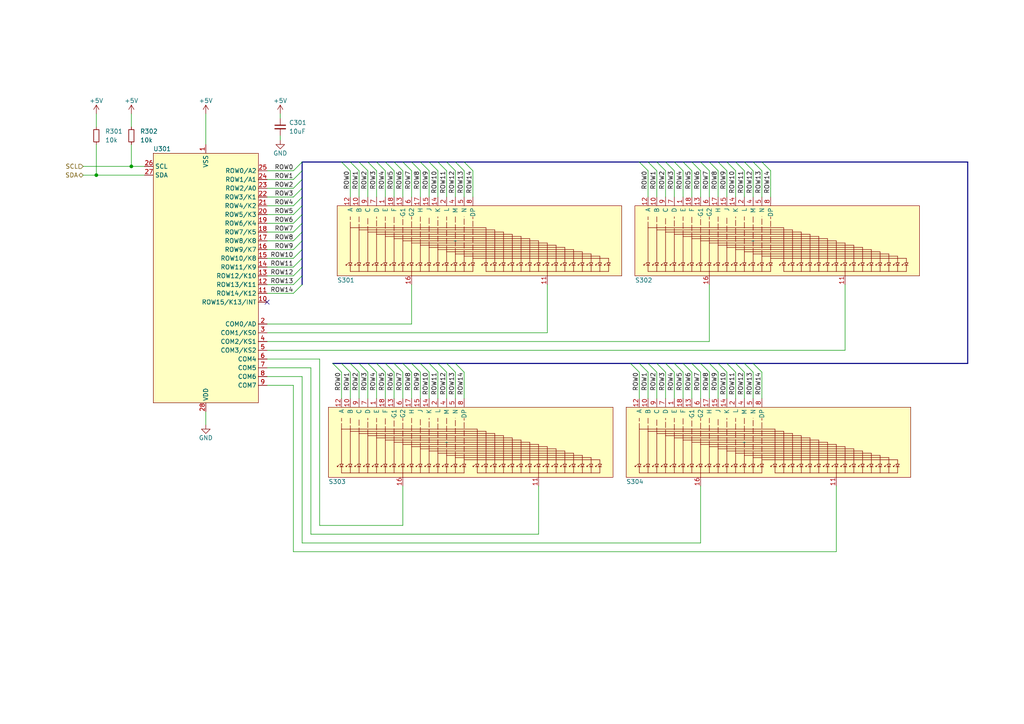
<source format=kicad_sch>
(kicad_sch (version 20231120) (generator "eeschema") (generator_version "8.0")
  (paper "A4")
  (lib_symbols
    (symbol "Device:C_Small" (pin_numbers hide) (pin_names (offset 0.254) hide)
      (property "Reference" "C" (at 0.254 1.778 0))
      (property "Value" "C_Small" (at 0.254 -2.032 0))
      (symbol "C_Small_0_1"
        (polyline (pts (xy -1.524 -0.508) (xy 1.524 -0.508)) (stroke (width 0.3302)))
        (polyline (pts (xy -1.524 0.508) (xy 1.524 0.508)) (stroke (width 0.3048)))
      )
      (symbol "C_Small_1_1"
        (pin passive line (at 0 2.54 270) (length 2.032) (name "~") (number "1"))
        (pin passive line (at 0 -2.54 90) (length 2.032) (name "~") (number "2"))
      )
    )
    (symbol "Device:R_Small" (pin_numbers hide) (pin_names (offset 0.254) hide)
      (property "Reference" "R" (at 0.762 0.508 0))
      (property "Value" "R_Small" (at 0.762 -1.016 0))
      (symbol "R_Small_0_1"
        (rectangle (start -0.762 1.778) (end 0.762 -1.778) (stroke (width 0.2032)))
      )
      (symbol "R_Small_1_1"
        (pin passive line (at 0 2.54 270) (length 0.762) (name "~") (number "1"))
        (pin passive line (at 0 -2.54 90) (length 0.762) (name "~") (number "2"))
      )
    )
    (symbol "KenwoodFox:HT16K33"
      (property "Reference" "U" (at 8.89 36.83 0))
      (symbol "HT16K33_0_0"
        (pin power_in line (at 0 38.1 270) (length 2.54) (name "VSS") (number "1"))
        (pin output line (at 17.78 -7.62 180) (length 2.54) (name "ROW15/K13/INT") (number "10"))
        (pin output line (at 17.78 -5.08 180) (length 2.54) (name "ROW14/K12") (number "11"))
        (pin output line (at 17.78 -2.54 180) (length 2.54) (name "ROW13/K11") (number "12"))
        (pin output line (at 17.78 0 180) (length 2.54) (name "ROW12/K10") (number "13"))
        (pin output line (at 17.78 2.54 180) (length 2.54) (name "ROW11/K9") (number "14"))
        (pin output line (at 17.78 5.08 180) (length 2.54) (name "ROW10/K8") (number "15"))
        (pin output line (at 17.78 7.62 180) (length 2.54) (name "ROW9/K7") (number "16"))
        (pin output line (at 17.78 10.16 180) (length 2.54) (name "ROW8/K8") (number "17"))
        (pin output line (at 17.78 12.7 180) (length 2.54) (name "ROW7/K5") (number "18"))
        (pin output line (at 17.78 15.24 180) (length 2.54) (name "ROW6/K4") (number "19"))
        (pin output line (at 17.78 -13.97 180) (length 2.54) (name "COM0/AD") (number "2"))
        (pin output line (at 17.78 17.78 180) (length 2.54) (name "ROW5/K3") (number "20"))
        (pin output line (at 17.78 20.32 180) (length 2.54) (name "ROW4/K2") (number "21"))
        (pin output line (at 17.78 22.86 180) (length 2.54) (name "ROW3/K1") (number "22"))
        (pin output line (at 17.78 25.4 180) (length 2.54) (name "ROW2/A0") (number "23"))
        (pin output line (at 17.78 27.94 180) (length 2.54) (name "ROW1/A1") (number "24"))
        (pin output line (at 17.78 30.48 180) (length 2.54) (name "ROW0/A2") (number "25"))
        (pin input line (at -17.78 31.75 0) (length 2.54) (name "SCL") (number "26"))
        (pin bidirectional line (at -17.78 29.21 0) (length 2.54) (name "SDA") (number "27"))
        (pin power_in line (at 0 -39.37 90) (length 2.54) (name "VDD") (number "28"))
        (pin output line (at 17.78 -16.51 180) (length 2.54) (name "COM1/KS0") (number "3"))
        (pin output line (at 17.78 -19.05 180) (length 2.54) (name "COM2/KS1") (number "4"))
        (pin output line (at 17.78 -21.59 180) (length 2.54) (name "COM3/KS2") (number "5"))
        (pin output line (at 17.78 -24.13 180) (length 2.54) (name "COM4") (number "6"))
        (pin output line (at 17.78 -26.67 180) (length 2.54) (name "COM5") (number "7"))
        (pin output line (at 17.78 -29.21 180) (length 2.54) (name "COM6") (number "8"))
        (pin output line (at 17.78 -31.75 180) (length 2.54) (name "COM7") (number "9"))
      )
      (symbol "HT16K33_1_1"
        (rectangle (start -15.24 35.56) (end 15.24 -36.83) (fill (type background)))
      )
    )
    (symbol "KenwoodFox:KWA-541AWB-Y"
      (property "Reference" "D" (at -1.905 19.05 0))
      (symbol "KWA-541AWB-Y_1_1"
        (rectangle (start -41.275 10.16) (end 41.275 -10.16) (fill (type background)))
        (polyline (pts (xy -37.973 -7.112) (xy -36.957 -7.112)))
        (polyline (pts (xy -37.465 -7.112) (xy -37.465 -8.89)))
        (polyline (pts (xy -37.465 3.81) (xy -37.465 -6.35)))
        (polyline (pts (xy -37.465 3.81) (xy -37.465 6.985)) (stroke (width 0) (type dash)))
        (polyline (pts (xy -37.465 3.81) (xy 1.905 3.81)))
        (polyline (pts (xy -35.433 -7.112) (xy -34.417 -7.112)))
        (polyline (pts (xy -34.925 -7.112) (xy -34.925 -8.89)))
        (polyline (pts (xy -34.925 3.175) (xy -34.925 -6.35)))
        (polyline (pts (xy -34.925 3.175) (xy -34.925 6.985)) (stroke (width 0) (type dash)))
        (polyline (pts (xy -34.925 3.175) (xy 4.445 3.175)))
        (polyline (pts (xy -32.893 -7.112) (xy -31.877 -7.112)))
        (polyline (pts (xy -32.385 -7.112) (xy -32.385 -8.89)))
        (polyline (pts (xy -32.385 2.54) (xy -32.385 -6.35)))
        (polyline (pts (xy -32.385 2.54) (xy -32.385 6.985)) (stroke (width 0) (type dash)))
        (polyline (pts (xy -32.385 2.54) (xy 6.985 2.54)))
        (polyline (pts (xy -30.353 -7.112) (xy -29.337 -7.112)))
        (polyline (pts (xy -29.845 -7.112) (xy -29.845 -8.89)))
        (polyline (pts (xy -29.845 1.905) (xy -29.845 -6.35)))
        (polyline (pts (xy -29.845 1.905) (xy -29.845 6.985)) (stroke (width 0) (type dash)))
        (polyline (pts (xy -29.845 1.905) (xy 9.525 1.905)))
        (polyline (pts (xy -27.813 -7.112) (xy -26.797 -7.112)))
        (polyline (pts (xy -27.305 -7.112) (xy -27.305 -8.89)))
        (polyline (pts (xy -27.305 1.27) (xy -27.305 -6.35)))
        (polyline (pts (xy -27.305 1.27) (xy -27.305 6.985)) (stroke (width 0) (type dash)))
        (polyline (pts (xy -27.305 1.27) (xy 12.065 1.27)))
        (polyline (pts (xy -25.273 -7.112) (xy -24.257 -7.112)))
        (polyline (pts (xy -24.765 -7.112) (xy -24.765 -8.89)))
        (polyline (pts (xy -24.765 0.635) (xy -24.765 -6.35)))
        (polyline (pts (xy -24.765 0.635) (xy -24.765 6.985)) (stroke (width 0) (type dash)))
        (polyline (pts (xy -24.765 0.635) (xy 14.605 0.635)))
        (polyline (pts (xy -22.733 -7.112) (xy -21.717 -7.112)))
        (polyline (pts (xy -22.225 -7.112) (xy -22.225 -8.89)))
        (polyline (pts (xy -22.225 0) (xy -22.225 -6.35)))
        (polyline (pts (xy -22.225 0) (xy -22.225 6.985)) (stroke (width 0) (type dash)))
        (polyline (pts (xy -22.225 0) (xy 17.145 0)))
        (polyline (pts (xy -20.193 -7.112) (xy -19.177 -7.112)))
        (polyline (pts (xy -19.685 -7.112) (xy -19.685 -8.89)))
        (polyline (pts (xy -19.685 -0.635) (xy -19.685 -6.35)))
        (polyline (pts (xy -19.685 -0.635) (xy -19.685 6.985)) (stroke (width 0) (type dash)))
        (polyline (pts (xy -19.685 -0.635) (xy 19.685 -0.635)))
        (polyline (pts (xy -17.653 -7.112) (xy -16.637 -7.112)))
        (polyline (pts (xy -17.145 -7.112) (xy -17.145 -8.89)))
        (polyline (pts (xy -17.145 -1.27) (xy -17.145 -6.35)))
        (polyline (pts (xy -17.145 -1.27) (xy -17.145 6.985)) (stroke (width 0) (type dash)))
        (polyline (pts (xy -17.145 -1.27) (xy 22.225 -1.27)))
        (polyline (pts (xy -15.113 -7.112) (xy -14.097 -7.112)))
        (polyline (pts (xy -14.605 -7.112) (xy -14.605 -8.89)))
        (polyline (pts (xy -14.605 -1.905) (xy -14.605 -6.35)))
        (polyline (pts (xy -14.605 -1.905) (xy -14.605 6.985)) (stroke (width 0) (type dash)))
        (polyline (pts (xy -14.605 -1.905) (xy 24.765 -1.905)))
        (polyline (pts (xy -12.573 -7.112) (xy -11.557 -7.112)))
        (polyline (pts (xy -12.065 -7.112) (xy -12.065 -8.89)))
        (polyline (pts (xy -12.065 -2.54) (xy -12.065 -6.35)))
        (polyline (pts (xy -12.065 -2.54) (xy -12.065 6.985)) (stroke (width 0) (type dash)))
        (polyline (pts (xy -12.065 -2.54) (xy 27.305 -2.54)))
        (polyline (pts (xy -10.033 -7.112) (xy -9.017 -7.112)))
        (polyline (pts (xy -9.525 -7.112) (xy -9.525 -8.89)))
        (polyline (pts (xy -9.525 -3.175) (xy -9.525 -6.35)))
        (polyline (pts (xy -9.525 -3.175) (xy -9.525 6.985)) (stroke (width 0) (type dash)))
        (polyline (pts (xy -9.525 -3.175) (xy 29.845 -3.175)))
        (polyline (pts (xy -7.493 -7.112) (xy -6.477 -7.112)))
        (polyline (pts (xy -6.985 -7.112) (xy -6.985 -8.89)))
        (polyline (pts (xy -6.985 -3.81) (xy -6.985 -6.35)))
        (polyline (pts (xy -6.985 -3.81) (xy -6.985 6.985)) (stroke (width 0) (type dash)))
        (polyline (pts (xy -6.985 -3.81) (xy 32.385 -3.81)))
        (polyline (pts (xy -4.953 -7.112) (xy -3.937 -7.112)))
        (polyline (pts (xy -4.445 -7.112) (xy -4.445 -8.89)))
        (polyline (pts (xy -4.445 -4.445) (xy -4.445 -6.35)))
        (polyline (pts (xy -4.445 -4.445) (xy -4.445 6.985)) (stroke (width 0) (type dash)))
        (polyline (pts (xy -4.445 -4.445) (xy 34.925 -4.445)))
        (polyline (pts (xy -2.413 -7.112) (xy -1.397 -7.112)))
        (polyline (pts (xy -1.905 -7.112) (xy -1.905 -8.89)))
        (polyline (pts (xy -1.905 -5.08) (xy -1.905 -6.35)))
        (polyline (pts (xy -1.905 -5.08) (xy -1.905 6.985)) (stroke (width 0) (type dash)))
        (polyline (pts (xy -1.905 -5.08) (xy 37.465 -5.08)))
        (polyline (pts (xy 1.397 -7.112) (xy 2.413 -7.112)))
        (polyline (pts (xy 1.905 -7.112) (xy 1.905 -8.89)))
        (polyline (pts (xy 1.905 3.81) (xy 1.905 -6.35)))
        (polyline (pts (xy 3.937 -7.112) (xy 4.953 -7.112)))
        (polyline (pts (xy 4.445 -7.112) (xy 4.445 -8.89)))
        (polyline (pts (xy 4.445 3.175) (xy 4.445 -6.35)))
        (polyline (pts (xy 6.477 -7.112) (xy 7.493 -7.112)))
        (polyline (pts (xy 6.985 -7.112) (xy 6.985 -8.89)))
        (polyline (pts (xy 6.985 2.54) (xy 6.985 -6.35)))
        (polyline (pts (xy 9.017 -7.112) (xy 10.033 -7.112)))
        (polyline (pts (xy 9.525 -7.112) (xy 9.525 -8.89)))
        (polyline (pts (xy 9.525 1.905) (xy 9.525 -6.35)))
        (polyline (pts (xy 11.557 -7.112) (xy 12.573 -7.112)))
        (polyline (pts (xy 12.065 -7.112) (xy 12.065 -8.89)))
        (polyline (pts (xy 12.065 1.27) (xy 12.065 -6.35)))
        (polyline (pts (xy 14.097 -7.112) (xy 15.113 -7.112)))
        (polyline (pts (xy 14.605 -7.112) (xy 14.605 -8.89)))
        (polyline (pts (xy 14.605 0.635) (xy 14.605 -6.35)))
        (polyline (pts (xy 16.637 -7.112) (xy 17.653 -7.112)))
        (polyline (pts (xy 17.145 -7.112) (xy 17.145 -8.89)))
        (polyline (pts (xy 17.145 0) (xy 17.145 -6.35)))
        (polyline (pts (xy 19.177 -7.112) (xy 20.193 -7.112)))
        (polyline (pts (xy 19.685 -7.112) (xy 19.685 -8.89)))
        (polyline (pts (xy 19.685 -0.635) (xy 19.685 -6.35)))
        (polyline (pts (xy 21.717 -7.112) (xy 22.733 -7.112)))
        (polyline (pts (xy 22.225 -7.112) (xy 22.225 -8.89)))
        (polyline (pts (xy 22.225 -1.27) (xy 22.225 -6.35)))
        (polyline (pts (xy 24.257 -7.112) (xy 25.273 -7.112)))
        (polyline (pts (xy 24.765 -7.112) (xy 24.765 -8.89)))
        (polyline (pts (xy 24.765 -1.905) (xy 24.765 -6.35)))
        (polyline (pts (xy 26.797 -7.112) (xy 27.813 -7.112)))
        (polyline (pts (xy 27.305 -7.112) (xy 27.305 -8.89)))
        (polyline (pts (xy 27.305 -2.54) (xy 27.305 -6.35)))
        (polyline (pts (xy 29.337 -7.112) (xy 30.353 -7.112)))
        (polyline (pts (xy 29.845 -7.112) (xy 29.845 -8.89)))
        (polyline (pts (xy 29.845 -3.175) (xy 29.845 -6.35)))
        (polyline (pts (xy 31.877 -7.112) (xy 32.893 -7.112)))
        (polyline (pts (xy 32.385 -7.112) (xy 32.385 -8.89)))
        (polyline (pts (xy 32.385 -3.81) (xy 32.385 -6.35)))
        (polyline (pts (xy 34.417 -7.112) (xy 35.433 -7.112)))
        (polyline (pts (xy 34.925 -7.112) (xy 34.925 -8.89)))
        (polyline (pts (xy 34.925 -4.445) (xy 34.925 -6.35)))
        (polyline (pts (xy 36.957 -7.112) (xy 37.973 -7.112)))
        (polyline (pts (xy 37.465 -7.112) (xy 37.465 -8.89)))
        (polyline (pts (xy 37.465 -5.08) (xy 37.465 -6.35)))
        (polyline (pts (xy -38.227 -6.604) (xy -38.735 -7.112) (xy -38.735 -6.858) (xy -38.735 -7.112) (xy -38.481 -7.112)))
        (polyline (pts (xy -37.465 -8.89) (xy -19.685 -8.89) (xy -19.685 -10.16) (xy -19.685 -8.89) (xy -1.905 -8.89)))
        (polyline (pts (xy -37.465 -6.35) (xy -36.957 -6.35) (xy -37.465 -7.112) (xy -37.973 -6.35) (xy -37.465 -6.35)))
        (polyline (pts (xy -35.687 -6.604) (xy -36.195 -7.112) (xy -36.195 -6.858) (xy -36.195 -7.112) (xy -35.941 -7.112)))
        (polyline (pts (xy -34.925 -6.35) (xy -34.417 -6.35) (xy -34.925 -7.112) (xy -35.433 -6.35) (xy -34.925 -6.35)))
        (polyline (pts (xy -33.147 -6.604) (xy -33.655 -7.112) (xy -33.655 -6.858) (xy -33.655 -7.112) (xy -33.401 -7.112)))
        (polyline (pts (xy -32.385 -6.35) (xy -31.877 -6.35) (xy -32.385 -7.112) (xy -32.893 -6.35) (xy -32.385 -6.35)))
        (polyline (pts (xy -30.607 -6.604) (xy -31.115 -7.112) (xy -31.115 -6.858) (xy -31.115 -7.112) (xy -30.861 -7.112)))
        (polyline (pts (xy -29.845 -6.35) (xy -29.337 -6.35) (xy -29.845 -7.112) (xy -30.353 -6.35) (xy -29.845 -6.35)))
        (polyline (pts (xy -28.067 -6.604) (xy -28.575 -7.112) (xy -28.575 -6.858) (xy -28.575 -7.112) (xy -28.321 -7.112)))
        (polyline (pts (xy -27.305 -6.35) (xy -26.797 -6.35) (xy -27.305 -7.112) (xy -27.813 -6.35) (xy -27.305 -6.35)))
        (polyline (pts (xy -25.527 -6.604) (xy -26.035 -7.112) (xy -26.035 -6.858) (xy -26.035 -7.112) (xy -25.781 -7.112)))
        (polyline (pts (xy -24.765 -6.35) (xy -24.257 -6.35) (xy -24.765 -7.112) (xy -25.273 -6.35) (xy -24.765 -6.35)))
        (polyline (pts (xy -22.987 -6.604) (xy -23.495 -7.112) (xy -23.495 -6.858) (xy -23.495 -7.112) (xy -23.241 -7.112)))
        (polyline (pts (xy -22.225 -6.35) (xy -21.717 -6.35) (xy -22.225 -7.112) (xy -22.733 -6.35) (xy -22.225 -6.35)))
        (polyline (pts (xy -20.447 -6.604) (xy -20.955 -7.112) (xy -20.955 -6.858) (xy -20.955 -7.112) (xy -20.701 -7.112)))
        (polyline (pts (xy -19.685 -6.35) (xy -19.177 -6.35) (xy -19.685 -7.112) (xy -20.193 -6.35) (xy -19.685 -6.35)))
        (polyline (pts (xy -17.907 -6.604) (xy -18.415 -7.112) (xy -18.415 -6.858) (xy -18.415 -7.112) (xy -18.161 -7.112)))
        (polyline (pts (xy -17.145 -6.35) (xy -16.637 -6.35) (xy -17.145 -7.112) (xy -17.653 -6.35) (xy -17.145 -6.35)))
        (polyline (pts (xy -15.367 -6.604) (xy -15.875 -7.112) (xy -15.875 -6.858) (xy -15.875 -7.112) (xy -15.621 -7.112)))
        (polyline (pts (xy -14.605 -6.35) (xy -14.097 -6.35) (xy -14.605 -7.112) (xy -15.113 -6.35) (xy -14.605 -6.35)))
        (polyline (pts (xy -12.827 -6.604) (xy -13.335 -7.112) (xy -13.335 -6.858) (xy -13.335 -7.112) (xy -13.081 -7.112)))
        (polyline (pts (xy -12.065 -6.35) (xy -11.557 -6.35) (xy -12.065 -7.112) (xy -12.573 -6.35) (xy -12.065 -6.35)))
        (polyline (pts (xy -10.287 -6.604) (xy -10.795 -7.112) (xy -10.795 -6.858) (xy -10.795 -7.112) (xy -10.541 -7.112)))
        (polyline (pts (xy -9.525 -6.35) (xy -9.017 -6.35) (xy -9.525 -7.112) (xy -10.033 -6.35) (xy -9.525 -6.35)))
        (polyline (pts (xy -7.747 -6.604) (xy -8.255 -7.112) (xy -8.255 -6.858) (xy -8.255 -7.112) (xy -8.001 -7.112)))
        (polyline (pts (xy -6.985 -6.35) (xy -6.477 -6.35) (xy -6.985 -7.112) (xy -7.493 -6.35) (xy -6.985 -6.35)))
        (polyline (pts (xy -5.207 -6.604) (xy -5.715 -7.112) (xy -5.715 -6.858) (xy -5.715 -7.112) (xy -5.461 -7.112)))
        (polyline (pts (xy -4.445 -6.35) (xy -3.937 -6.35) (xy -4.445 -7.112) (xy -4.953 -6.35) (xy -4.445 -6.35)))
        (polyline (pts (xy -2.667 -6.604) (xy -3.175 -7.112) (xy -3.175 -6.858) (xy -3.175 -7.112) (xy -2.921 -7.112)))
        (polyline (pts (xy -1.905 -6.35) (xy -1.397 -6.35) (xy -1.905 -7.112) (xy -2.413 -6.35) (xy -1.905 -6.35)))
        (polyline (pts (xy 1.143 -6.604) (xy 0.635 -7.112) (xy 0.635 -6.858) (xy 0.635 -7.112) (xy 0.889 -7.112)))
        (polyline (pts (xy 1.905 -8.89) (xy 19.685 -8.89) (xy 19.685 -10.16) (xy 19.685 -8.89) (xy 37.465 -8.89)))
        (polyline (pts (xy 1.905 -6.35) (xy 2.413 -6.35) (xy 1.905 -7.112) (xy 1.397 -6.35) (xy 1.905 -6.35)))
        (polyline (pts (xy 3.683 -6.604) (xy 3.175 -7.112) (xy 3.175 -6.858) (xy 3.175 -7.112) (xy 3.429 -7.112)))
        (polyline (pts (xy 4.445 -6.35) (xy 4.953 -6.35) (xy 4.445 -7.112) (xy 3.937 -6.35) (xy 4.445 -6.35)))
        (polyline (pts (xy 6.223 -6.604) (xy 5.715 -7.112) (xy 5.715 -6.858) (xy 5.715 -7.112) (xy 5.969 -7.112)))
        (polyline (pts (xy 6.985 -6.35) (xy 7.493 -6.35) (xy 6.985 -7.112) (xy 6.477 -6.35) (xy 6.985 -6.35)))
        (polyline (pts (xy 8.763 -6.604) (xy 8.255 -7.112) (xy 8.255 -6.858) (xy 8.255 -7.112) (xy 8.509 -7.112)))
        (polyline (pts (xy 9.525 -6.35) (xy 10.033 -6.35) (xy 9.525 -7.112) (xy 9.017 -6.35) (xy 9.525 -6.35)))
        (polyline (pts (xy 11.303 -6.604) (xy 10.795 -7.112) (xy 10.795 -6.858) (xy 10.795 -7.112) (xy 11.049 -7.112)))
        (polyline (pts (xy 12.065 -6.35) (xy 12.573 -6.35) (xy 12.065 -7.112) (xy 11.557 -6.35) (xy 12.065 -6.35)))
        (polyline (pts (xy 13.843 -6.604) (xy 13.335 -7.112) (xy 13.335 -6.858) (xy 13.335 -7.112) (xy 13.589 -7.112)))
        (polyline (pts (xy 14.605 -6.35) (xy 15.113 -6.35) (xy 14.605 -7.112) (xy 14.097 -6.35) (xy 14.605 -6.35)))
        (polyline (pts (xy 16.383 -6.604) (xy 15.875 -7.112) (xy 15.875 -6.858) (xy 15.875 -7.112) (xy 16.129 -7.112)))
        (polyline (pts (xy 17.145 -6.35) (xy 17.653 -6.35) (xy 17.145 -7.112) (xy 16.637 -6.35) (xy 17.145 -6.35)))
        (polyline (pts (xy 18.923 -6.604) (xy 18.415 -7.112) (xy 18.415 -6.858) (xy 18.415 -7.112) (xy 18.669 -7.112)))
        (polyline (pts (xy 19.685 -6.35) (xy 20.193 -6.35) (xy 19.685 -7.112) (xy 19.177 -6.35) (xy 19.685 -6.35)))
        (polyline (pts (xy 21.463 -6.604) (xy 20.955 -7.112) (xy 20.955 -6.858) (xy 20.955 -7.112) (xy 21.209 -7.112)))
        (polyline (pts (xy 22.225 -6.35) (xy 22.733 -6.35) (xy 22.225 -7.112) (xy 21.717 -6.35) (xy 22.225 -6.35)))
        (polyline (pts (xy 24.003 -6.604) (xy 23.495 -7.112) (xy 23.495 -6.858) (xy 23.495 -7.112) (xy 23.749 -7.112)))
        (polyline (pts (xy 24.765 -6.35) (xy 25.273 -6.35) (xy 24.765 -7.112) (xy 24.257 -6.35) (xy 24.765 -6.35)))
        (polyline (pts (xy 26.543 -6.604) (xy 26.035 -7.112) (xy 26.035 -6.858) (xy 26.035 -7.112) (xy 26.289 -7.112)))
        (polyline (pts (xy 27.305 -6.35) (xy 27.813 -6.35) (xy 27.305 -7.112) (xy 26.797 -6.35) (xy 27.305 -6.35)))
        (polyline (pts (xy 29.083 -6.604) (xy 28.575 -7.112) (xy 28.575 -6.858) (xy 28.575 -7.112) (xy 28.829 -7.112)))
        (polyline (pts (xy 29.845 -6.35) (xy 30.353 -6.35) (xy 29.845 -7.112) (xy 29.337 -6.35) (xy 29.845 -6.35)))
        (polyline (pts (xy 31.623 -6.604) (xy 31.115 -7.112) (xy 31.115 -6.858) (xy 31.115 -7.112) (xy 31.369 -7.112)))
        (polyline (pts (xy 32.385 -6.35) (xy 32.893 -6.35) (xy 32.385 -7.112) (xy 31.877 -6.35) (xy 32.385 -6.35)))
        (polyline (pts (xy 34.163 -6.604) (xy 33.655 -7.112) (xy 33.655 -6.858) (xy 33.655 -7.112) (xy 33.909 -7.112)))
        (polyline (pts (xy 34.925 -6.35) (xy 35.433 -6.35) (xy 34.925 -7.112) (xy 34.417 -6.35) (xy 34.925 -6.35)))
        (polyline (pts (xy 36.703 -6.604) (xy 36.195 -7.112) (xy 36.195 -6.858) (xy 36.195 -7.112) (xy 36.449 -7.112)))
        (polyline (pts (xy 37.465 -6.35) (xy 37.973 -6.35) (xy 37.465 -7.112) (xy 36.957 -6.35) (xy 37.465 -6.35)))
        (pin input line (at -27.305 12.7 270) (length 2.54) (name "E") (number "1"))
        (pin input line (at -34.925 12.7 270) (length 2.54) (name "B") (number "10"))
        (pin power_in line (at 19.685 -12.7 90) (length 2.54) (name "") (number "11"))
        (pin input line (at -37.465 12.7 270) (length 2.54) (name "A") (number "12"))
        (pin input line (at -22.225 12.7 270) (length 2.54) (name "G1") (number "13"))
        (pin input line (at -12.065 12.7 270) (length 2.54) (name "K") (number "14"))
        (pin input line (at -14.605 12.7 270) (length 2.54) (name "J") (number "15"))
        (pin power_in line (at -19.685 -12.7 90) (length 2.54) (name "") (number "16"))
        (pin input line (at -17.145 12.7 270) (length 2.54) (name "H") (number "17"))
        (pin input line (at -24.765 12.7 270) (length 2.54) (name "F") (number "18"))
        (pin input line (at -9.525 12.7 270) (length 2.54) (name "L") (number "2"))
        (pin input line (at -6.985 12.7 270) (length 2.54) (name "M") (number "4"))
        (pin input line (at -4.445 12.7 270) (length 2.54) (name "N") (number "5"))
        (pin input line (at -19.685 12.7 270) (length 2.54) (name "G2") (number "6"))
        (pin input line (at -29.845 12.7 270) (length 2.54) (name "D") (number "7"))
        (pin input line (at -1.905 12.7 270) (length 2.54) (name "DP") (number "8"))
        (pin input line (at -32.385 12.7 270) (length 2.54) (name "C") (number "9"))
      )
    )
    (symbol "power:+5V" (power) (pin_names (offset 0))
      (property "Value" "+5V" (at 0 3.556 0))
      (symbol "+5V_0_1"
        (polyline (pts (xy -0.762 1.27) (xy 0 2.54)))
        (polyline (pts (xy 0 0) (xy 0 2.54)))
        (polyline (pts (xy 0 2.54) (xy 0.762 1.27)))
      )
      (symbol "+5V_1_1"
        (pin power_in line (at 0 0 90) (length 0) hide (name "+5V") (number "1"))
      )
    )
    (symbol "power:GND" (power) (pin_names (offset 0))
      (property "Value" "GND" (at 0 -3.81 0))
      (symbol "GND_0_1"
        (polyline (pts (xy 0 0) (xy 0 -1.27) (xy 1.27 -1.27) (xy 0 -2.54) (xy -1.27 -1.27) (xy 0 -1.27)))
      )
      (symbol "GND_1_1"
        (pin power_in line (at 0 0 270) (length 0) hide (name "GND") (number "1"))
      )
    )
  )
  (junction (at 27.94 50.8))
  (junction (at 38.1 48.26))
  (no_connect (at 77.47 87.63))
  (bus_entry (at 111.76 49.53) (size -2.54 -2.54))
  (bus_entry (at 218.44 107.95) (size -2.54 -2.54))
  (bus_entry (at 195.58 49.53) (size -2.54 -2.54))
  (bus_entry (at 193.04 107.95) (size -2.54 -2.54))
  (bus_entry (at 85.09 82.55) (size 2.54 -2.54))
  (bus_entry (at 85.09 54.61) (size 2.54 -2.54))
  (bus_entry (at 116.84 49.53) (size -2.54 -2.54))
  (bus_entry (at 85.09 74.93) (size 2.54 -2.54))
  (bus_entry (at 208.28 49.53) (size -2.54 -2.54))
  (bus_entry (at 124.46 107.95) (size -2.54 -2.54))
  (bus_entry (at 85.09 59.69) (size 2.54 -2.54))
  (bus_entry (at 127 49.53) (size -2.54 -2.54))
  (bus_entry (at 220.98 107.95) (size -2.54 -2.54))
  (bus_entry (at 132.08 49.53) (size -2.54 -2.54))
  (bus_entry (at 85.09 72.39) (size 2.54 -2.54))
  (bus_entry (at 134.62 107.95) (size -2.54 -2.54))
  (bus_entry (at 198.12 107.95) (size -2.54 -2.54))
  (bus_entry (at 85.09 80.01) (size 2.54 -2.54))
  (bus_entry (at 137.16 49.53) (size -2.54 -2.54))
  (bus_entry (at 85.09 62.23) (size 2.54 -2.54))
  (bus_entry (at 114.3 107.95) (size -2.54 -2.54))
  (bus_entry (at 129.54 49.53) (size -2.54 -2.54))
  (bus_entry (at 190.5 107.95) (size -2.54 -2.54))
  (bus_entry (at 132.08 107.95) (size -2.54 -2.54))
  (bus_entry (at 187.96 107.95) (size -2.54 -2.54))
  (bus_entry (at 99.06 107.95) (size -2.54 -2.54))
  (bus_entry (at 215.9 107.95) (size -2.54 -2.54))
  (bus_entry (at 119.38 107.95) (size -2.54 -2.54))
  (bus_entry (at 129.54 107.95) (size -2.54 -2.54))
  (bus_entry (at 85.09 49.53) (size 2.54 -2.54))
  (bus_entry (at 215.9 49.53) (size -2.54 -2.54))
  (bus_entry (at 203.2 107.95) (size -2.54 -2.54))
  (bus_entry (at 185.42 107.95) (size -2.54 -2.54))
  (bus_entry (at 190.5 49.53) (size -2.54 -2.54))
  (bus_entry (at 218.44 49.53) (size -2.54 -2.54))
  (bus_entry (at 121.92 49.53) (size -2.54 -2.54))
  (bus_entry (at 85.09 85.09) (size 2.54 -2.54))
  (bus_entry (at 134.62 49.53) (size -2.54 -2.54))
  (bus_entry (at 223.52 49.53) (size -2.54 -2.54))
  (bus_entry (at 193.04 49.53) (size -2.54 -2.54))
  (bus_entry (at 109.22 107.95) (size -2.54 -2.54))
  (bus_entry (at 106.68 49.53) (size -2.54 -2.54))
  (bus_entry (at 106.68 107.95) (size -2.54 -2.54))
  (bus_entry (at 101.6 107.95) (size -2.54 -2.54))
  (bus_entry (at 205.74 49.53) (size -2.54 -2.54))
  (bus_entry (at 114.3 49.53) (size -2.54 -2.54))
  (bus_entry (at 85.09 64.77) (size 2.54 -2.54))
  (bus_entry (at 104.14 107.95) (size -2.54 -2.54))
  (bus_entry (at 121.92 107.95) (size -2.54 -2.54))
  (bus_entry (at 85.09 57.15) (size 2.54 -2.54))
  (bus_entry (at 210.82 49.53) (size -2.54 -2.54))
  (bus_entry (at 187.96 49.53) (size -2.54 -2.54))
  (bus_entry (at 124.46 49.53) (size -2.54 -2.54))
  (bus_entry (at 101.6 49.53) (size -2.54 -2.54))
  (bus_entry (at 85.09 69.85) (size 2.54 -2.54))
  (bus_entry (at 200.66 107.95) (size -2.54 -2.54))
  (bus_entry (at 208.28 107.95) (size -2.54 -2.54))
  (bus_entry (at 85.09 52.07) (size 2.54 -2.54))
  (bus_entry (at 210.82 107.95) (size -2.54 -2.54))
  (bus_entry (at 109.22 49.53) (size -2.54 -2.54))
  (bus_entry (at 85.09 77.47) (size 2.54 -2.54))
  (bus_entry (at 119.38 49.53) (size -2.54 -2.54))
  (bus_entry (at 104.14 49.53) (size -2.54 -2.54))
  (bus_entry (at 85.09 67.31) (size 2.54 -2.54))
  (bus_entry (at 111.76 107.95) (size -2.54 -2.54))
  (bus_entry (at 116.84 107.95) (size -2.54 -2.54))
  (bus_entry (at 205.74 107.95) (size -2.54 -2.54))
  (bus_entry (at 198.12 49.53) (size -2.54 -2.54))
  (bus_entry (at 213.36 107.95) (size -2.54 -2.54))
  (bus_entry (at 127 107.95) (size -2.54 -2.54))
  (bus_entry (at 203.2 49.53) (size -2.54 -2.54))
  (bus_entry (at 195.58 107.95) (size -2.54 -2.54))
  (bus_entry (at 213.36 49.53) (size -2.54 -2.54))
  (bus_entry (at 220.98 49.53) (size -2.54 -2.54))
  (bus_entry (at 200.66 49.53) (size -2.54 -2.54))
  (wire (pts (xy 129.54 115.57) (xy 129.54 107.95)))
  (bus (pts (xy 99.06 105.41) (xy 101.6 105.41)))
  (bus (pts (xy 129.54 105.41) (xy 132.08 105.41)))
  (wire (pts (xy 220.98 115.57) (xy 220.98 107.95)))
  (bus (pts (xy 124.46 105.41) (xy 127 105.41)))
  (wire (pts (xy 77.47 106.68) (xy 90.17 106.68)))
  (bus (pts (xy 104.14 105.41) (xy 106.68 105.41)))
  (wire (pts (xy 87.63 157.48) (xy 203.2 157.48)))
  (bus (pts (xy 119.38 105.41) (xy 121.92 105.41)))
  (bus (pts (xy 87.63 67.31) (xy 87.63 64.77)))
  (bus (pts (xy 182.88 105.41) (xy 185.42 105.41)))
  (bus (pts (xy 106.68 105.41) (xy 109.22 105.41)))
  (bus (pts (xy 134.62 46.99) (xy 185.42 46.99)))
  (wire (pts (xy 203.2 57.15) (xy 203.2 49.53)))
  (bus (pts (xy 132.08 105.41) (xy 182.88 105.41)))
  (wire (pts (xy 27.94 33.02) (xy 27.94 36.83)))
  (bus (pts (xy 195.58 46.99) (xy 198.12 46.99)))
  (wire (pts (xy 59.69 33.02) (xy 59.69 41.91)))
  (bus (pts (xy 200.66 105.41) (xy 203.2 105.41)))
  (bus (pts (xy 190.5 105.41) (xy 193.04 105.41)))
  (wire (pts (xy 195.58 115.57) (xy 195.58 107.95)))
  (bus (pts (xy 87.63 52.07) (xy 87.63 49.53)))
  (bus (pts (xy 101.6 105.41) (xy 104.14 105.41)))
  (bus (pts (xy 87.63 72.39) (xy 87.63 69.85)))
  (wire (pts (xy 121.92 115.57) (xy 121.92 107.95)))
  (bus (pts (xy 87.63 57.15) (xy 87.63 54.61)))
  (bus (pts (xy 109.22 46.99) (xy 111.76 46.99)))
  (bus (pts (xy 127 46.99) (xy 129.54 46.99)))
  (bus (pts (xy 111.76 105.41) (xy 114.3 105.41)))
  (bus (pts (xy 215.9 46.99) (xy 218.44 46.99)))
  (wire (pts (xy 77.47 49.53) (xy 85.09 49.53)))
  (wire (pts (xy 190.5 115.57) (xy 190.5 107.95)))
  (wire (pts (xy 77.47 101.6) (xy 245.11 101.6)))
  (bus (pts (xy 121.92 46.99) (xy 124.46 46.99)))
  (wire (pts (xy 77.47 59.69) (xy 85.09 59.69)))
  (wire (pts (xy 87.63 109.22) (xy 87.63 157.48)))
  (wire (pts (xy 27.94 50.8) (xy 41.91 50.8)))
  (wire (pts (xy 208.28 57.15) (xy 208.28 49.53)))
  (wire (pts (xy 38.1 48.26) (xy 41.91 48.26)))
  (wire (pts (xy 85.09 111.76) (xy 85.09 160.02)))
  (bus (pts (xy 208.28 46.99) (xy 210.82 46.99)))
  (bus (pts (xy 280.67 105.41) (xy 218.44 105.41)))
  (wire (pts (xy 77.47 67.31) (xy 85.09 67.31)))
  (wire (pts (xy 114.3 115.57) (xy 114.3 107.95)))
  (bus (pts (xy 280.67 46.99) (xy 280.67 105.41)))
  (wire (pts (xy 223.52 57.15) (xy 223.52 49.53)))
  (wire (pts (xy 242.57 160.02) (xy 242.57 140.97)))
  (wire (pts (xy 203.2 115.57) (xy 203.2 107.95)))
  (bus (pts (xy 127 105.41) (xy 129.54 105.41)))
  (wire (pts (xy 81.28 33.02) (xy 81.28 34.29)))
  (wire (pts (xy 90.17 106.68) (xy 90.17 154.94)))
  (wire (pts (xy 101.6 57.15) (xy 101.6 49.53)))
  (wire (pts (xy 218.44 57.15) (xy 218.44 49.53)))
  (wire (pts (xy 132.08 57.15) (xy 132.08 49.53)))
  (bus (pts (xy 87.63 49.53) (xy 87.63 46.99)))
  (wire (pts (xy 132.08 115.57) (xy 132.08 107.95)))
  (wire (pts (xy 127 57.15) (xy 127 49.53)))
  (wire (pts (xy 185.42 115.57) (xy 185.42 107.95)))
  (bus (pts (xy 195.58 105.41) (xy 198.12 105.41)))
  (bus (pts (xy 198.12 46.99) (xy 200.66 46.99)))
  (wire (pts (xy 92.71 104.14) (xy 92.71 152.4)))
  (bus (pts (xy 205.74 105.41) (xy 208.28 105.41)))
  (wire (pts (xy 38.1 41.91) (xy 38.1 48.26)))
  (wire (pts (xy 156.21 154.94) (xy 156.21 140.97)))
  (bus (pts (xy 109.22 105.41) (xy 111.76 105.41)))
  (wire (pts (xy 245.11 101.6) (xy 245.11 82.55)))
  (bus (pts (xy 111.76 46.99) (xy 114.3 46.99)))
  (wire (pts (xy 77.47 80.01) (xy 85.09 80.01)))
  (bus (pts (xy 218.44 46.99) (xy 220.98 46.99)))
  (bus (pts (xy 213.36 105.41) (xy 215.9 105.41)))
  (wire (pts (xy 215.9 115.57) (xy 215.9 107.95)))
  (wire (pts (xy 77.47 74.93) (xy 85.09 74.93)))
  (bus (pts (xy 220.98 46.99) (xy 280.67 46.99)))
  (wire (pts (xy 121.92 57.15) (xy 121.92 49.53)))
  (bus (pts (xy 87.63 62.23) (xy 87.63 59.69)))
  (wire (pts (xy 200.66 57.15) (xy 200.66 49.53)))
  (wire (pts (xy 134.62 115.57) (xy 134.62 107.95)))
  (bus (pts (xy 187.96 46.99) (xy 190.5 46.99)))
  (bus (pts (xy 119.38 46.99) (xy 121.92 46.99)))
  (bus (pts (xy 87.63 82.55) (xy 87.63 80.01)))
  (wire (pts (xy 116.84 115.57) (xy 116.84 107.95)))
  (bus (pts (xy 87.63 59.69) (xy 87.63 57.15)))
  (wire (pts (xy 104.14 57.15) (xy 104.14 49.53)))
  (wire (pts (xy 77.47 85.09) (xy 85.09 85.09)))
  (wire (pts (xy 24.13 48.26) (xy 38.1 48.26)))
  (bus (pts (xy 99.06 46.99) (xy 101.6 46.99)))
  (wire (pts (xy 187.96 115.57) (xy 187.96 107.95)))
  (wire (pts (xy 77.47 109.22) (xy 87.63 109.22)))
  (wire (pts (xy 195.58 57.15) (xy 195.58 49.53)))
  (wire (pts (xy 106.68 57.15) (xy 106.68 49.53)))
  (wire (pts (xy 104.14 115.57) (xy 104.14 107.95)))
  (wire (pts (xy 200.66 115.57) (xy 200.66 107.95)))
  (wire (pts (xy 24.13 50.8) (xy 27.94 50.8)))
  (wire (pts (xy 116.84 57.15) (xy 116.84 49.53)))
  (wire (pts (xy 114.3 57.15) (xy 114.3 49.53)))
  (bus (pts (xy 87.63 69.85) (xy 87.63 67.31)))
  (wire (pts (xy 77.47 57.15) (xy 85.09 57.15)))
  (bus (pts (xy 185.42 105.41) (xy 187.96 105.41)))
  (wire (pts (xy 193.04 57.15) (xy 193.04 49.53)))
  (wire (pts (xy 129.54 57.15) (xy 129.54 49.53)))
  (wire (pts (xy 77.47 54.61) (xy 85.09 54.61)))
  (bus (pts (xy 87.63 74.93) (xy 87.63 72.39)))
  (wire (pts (xy 77.47 99.06) (xy 205.74 99.06)))
  (wire (pts (xy 205.74 57.15) (xy 205.74 49.53)))
  (bus (pts (xy 210.82 46.99) (xy 213.36 46.99)))
  (bus (pts (xy 114.3 105.41) (xy 116.84 105.41)))
  (wire (pts (xy 101.6 115.57) (xy 101.6 107.95)))
  (wire (pts (xy 205.74 115.57) (xy 205.74 107.95)))
  (bus (pts (xy 185.42 46.99) (xy 187.96 46.99)))
  (wire (pts (xy 92.71 152.4) (xy 116.84 152.4)))
  (wire (pts (xy 119.38 93.98) (xy 119.38 82.55)))
  (wire (pts (xy 116.84 152.4) (xy 116.84 140.97)))
  (wire (pts (xy 77.47 93.98) (xy 119.38 93.98)))
  (bus (pts (xy 200.66 46.99) (xy 203.2 46.99)))
  (bus (pts (xy 190.5 46.99) (xy 193.04 46.99)))
  (wire (pts (xy 119.38 57.15) (xy 119.38 49.53)))
  (bus (pts (xy 87.63 77.47) (xy 87.63 74.93)))
  (wire (pts (xy 203.2 157.48) (xy 203.2 140.97)))
  (wire (pts (xy 187.96 57.15) (xy 187.96 49.53)))
  (bus (pts (xy 205.74 46.99) (xy 208.28 46.99)))
  (wire (pts (xy 210.82 115.57) (xy 210.82 107.95)))
  (wire (pts (xy 85.09 160.02) (xy 242.57 160.02)))
  (bus (pts (xy 114.3 46.99) (xy 116.84 46.99)))
  (wire (pts (xy 77.47 96.52) (xy 158.75 96.52)))
  (wire (pts (xy 124.46 57.15) (xy 124.46 49.53)))
  (wire (pts (xy 210.82 57.15) (xy 210.82 49.53)))
  (wire (pts (xy 99.06 115.57) (xy 99.06 107.95)))
  (bus (pts (xy 203.2 105.41) (xy 205.74 105.41)))
  (wire (pts (xy 77.47 72.39) (xy 85.09 72.39)))
  (wire (pts (xy 109.22 57.15) (xy 109.22 49.53)))
  (wire (pts (xy 198.12 57.15) (xy 198.12 49.53)))
  (wire (pts (xy 106.68 115.57) (xy 106.68 107.95)))
  (wire (pts (xy 158.75 96.52) (xy 158.75 82.55)))
  (wire (pts (xy 77.47 69.85) (xy 85.09 69.85)))
  (bus (pts (xy 208.28 105.41) (xy 210.82 105.41)))
  (wire (pts (xy 90.17 154.94) (xy 156.21 154.94)))
  (bus (pts (xy 193.04 105.41) (xy 195.58 105.41)))
  (wire (pts (xy 77.47 62.23) (xy 85.09 62.23)))
  (wire (pts (xy 190.5 57.15) (xy 190.5 49.53)))
  (wire (pts (xy 193.04 115.57) (xy 193.04 107.95)))
  (wire (pts (xy 205.74 99.06) (xy 205.74 82.55)))
  (wire (pts (xy 220.98 57.15) (xy 220.98 49.53)))
  (wire (pts (xy 213.36 57.15) (xy 213.36 49.53)))
  (wire (pts (xy 124.46 115.57) (xy 124.46 107.95)))
  (wire (pts (xy 127 115.57) (xy 127 107.95)))
  (bus (pts (xy 87.63 80.01) (xy 87.63 77.47)))
  (bus (pts (xy 116.84 105.41) (xy 119.38 105.41)))
  (bus (pts (xy 106.68 46.99) (xy 109.22 46.99)))
  (wire (pts (xy 77.47 77.47) (xy 85.09 77.47)))
  (bus (pts (xy 116.84 46.99) (xy 119.38 46.99)))
  (bus (pts (xy 210.82 105.41) (xy 213.36 105.41)))
  (wire (pts (xy 134.62 57.15) (xy 134.62 49.53)))
  (bus (pts (xy 213.36 46.99) (xy 215.9 46.99)))
  (bus (pts (xy 121.92 105.41) (xy 124.46 105.41)))
  (bus (pts (xy 87.63 54.61) (xy 87.63 52.07)))
  (wire (pts (xy 218.44 115.57) (xy 218.44 107.95)))
  (wire (pts (xy 119.38 115.57) (xy 119.38 107.95)))
  (bus (pts (xy 187.96 105.41) (xy 190.5 105.41)))
  (bus (pts (xy 129.54 46.99) (xy 132.08 46.99)))
  (bus (pts (xy 215.9 105.41) (xy 218.44 105.41)))
  (wire (pts (xy 111.76 115.57) (xy 111.76 107.95)))
  (bus (pts (xy 203.2 46.99) (xy 205.74 46.99)))
  (bus (pts (xy 87.63 64.77) (xy 87.63 62.23)))
  (bus (pts (xy 87.63 46.99) (xy 99.06 46.99)))
  (bus (pts (xy 96.52 105.41) (xy 99.06 105.41)))
  (bus (pts (xy 104.14 46.99) (xy 106.68 46.99)))
  (bus (pts (xy 124.46 46.99) (xy 127 46.99)))
  (bus (pts (xy 193.04 46.99) (xy 195.58 46.99)))
  (wire (pts (xy 213.36 115.57) (xy 213.36 107.95)))
  (wire (pts (xy 198.12 115.57) (xy 198.12 107.95)))
  (wire (pts (xy 215.9 57.15) (xy 215.9 49.53)))
  (bus (pts (xy 132.08 46.99) (xy 134.62 46.99)))
  (bus (pts (xy 198.12 105.41) (xy 200.66 105.41)))
  (wire (pts (xy 137.16 57.15) (xy 137.16 49.53)))
  (wire (pts (xy 208.28 115.57) (xy 208.28 107.95)))
  (bus (pts (xy 101.6 46.99) (xy 104.14 46.99)))
  (wire (pts (xy 77.47 111.76) (xy 85.09 111.76)))
  (wire (pts (xy 111.76 57.15) (xy 111.76 49.53)))
  (wire (pts (xy 77.47 64.77) (xy 85.09 64.77)))
  (wire (pts (xy 77.47 104.14) (xy 92.71 104.14)))
  (wire (pts (xy 109.22 115.57) (xy 109.22 107.95)))
  (wire (pts (xy 77.47 52.07) (xy 85.09 52.07)))
  (wire (pts (xy 81.28 39.37) (xy 81.28 40.64)))
  (wire (pts (xy 77.47 82.55) (xy 85.09 82.55)))
  (wire (pts (xy 27.94 41.91) (xy 27.94 50.8)))
  (wire (pts (xy 59.69 119.38) (xy 59.69 123.19)))
  (wire (pts (xy 38.1 33.02) (xy 38.1 36.83)))
  (label "ROW13" (at 218.44 107.95 270))
  (label "ROW1" (at 190.5 49.53 270))
  (label "ROW0" (at 185.42 107.95 270))
  (label "ROW7" (at 116.84 107.95 270))
  (label "ROW12" (at 129.54 107.95 270))
  (label "ROW0" (at 187.96 49.53 270))
  (label "ROW7" (at 119.38 49.53 270))
  (label "ROW3" (at 85.09 57.15 180))
  (label "ROW6" (at 203.2 49.53 270))
  (label "ROW3" (at 195.58 49.53 270))
  (label "ROW6" (at 200.66 107.95 270))
  (label "ROW12" (at 85.09 80.01 180))
  (label "ROW12" (at 215.9 107.95 270))
  (label "ROW10" (at 213.36 49.53 270))
  (label "ROW1" (at 85.09 52.07 180))
  (label "ROW11" (at 213.36 107.95 270))
  (label "ROW0" (at 99.06 107.95 270))
  (label "ROW4" (at 198.12 49.53 270))
  (label "ROW5" (at 111.76 107.95 270))
  (label "ROW2" (at 106.68 49.53 270))
  (label "ROW4" (at 111.76 49.53 270))
  (label "ROW14" (at 137.16 49.53 270))
  (label "ROW11" (at 127 107.95 270))
  (label "ROW13" (at 132.08 107.95 270))
  (label "ROW4" (at 109.22 107.95 270))
  (label "ROW11" (at 215.9 49.53 270))
  (label "ROW8" (at 121.92 49.53 270))
  (label "ROW1" (at 187.96 107.95 270))
  (label "ROW8" (at 85.09 69.85 180))
  (label "ROW9" (at 121.92 107.95 270))
  (label "ROW4" (at 195.58 107.95 270))
  (label "ROW9" (at 210.82 49.53 270))
  (label "ROW1" (at 104.14 49.53 270))
  (label "ROW9" (at 208.28 107.95 270))
  (label "ROW9" (at 124.46 49.53 270))
  (label "ROW3" (at 106.68 107.95 270))
  (label "ROW14" (at 134.62 107.95 270))
  (label "ROW0" (at 85.09 49.53 180))
  (label "ROW2" (at 190.5 107.95 270))
  (label "ROW4" (at 85.09 59.69 180))
  (label "ROW10" (at 127 49.53 270))
  (label "ROW14" (at 220.98 107.95 270))
  (label "ROW9" (at 85.09 72.39 180))
  (label "ROW3" (at 193.04 107.95 270))
  (label "ROW12" (at 132.08 49.53 270))
  (label "ROW7" (at 205.74 49.53 270))
  (label "ROW14" (at 223.52 49.53 270))
  (label "ROW5" (at 200.66 49.53 270))
  (label "ROW1" (at 101.6 107.95 270))
  (label "ROW13" (at 134.62 49.53 270))
  (label "ROW13" (at 220.98 49.53 270))
  (label "ROW7" (at 85.09 67.31 180))
  (label "ROW5" (at 85.09 62.23 180))
  (label "ROW3" (at 109.22 49.53 270))
  (label "ROW5" (at 198.12 107.95 270))
  (label "ROW14" (at 85.09 85.09 180))
  (label "ROW10" (at 210.82 107.95 270))
  (label "ROW10" (at 85.09 74.93 180))
  (label "ROW8" (at 205.74 107.95 270))
  (label "ROW5" (at 114.3 49.53 270))
  (label "ROW12" (at 218.44 49.53 270))
  (label "ROW8" (at 119.38 107.95 270))
  (label "ROW6" (at 114.3 107.95 270))
  (label "ROW7" (at 203.2 107.95 270))
  (label "ROW2" (at 104.14 107.95 270))
  (label "ROW11" (at 85.09 77.47 180))
  (label "ROW6" (at 85.09 64.77 180))
  (label "ROW2" (at 193.04 49.53 270))
  (label "ROW10" (at 124.46 107.95 270))
  (label "ROW8" (at 208.28 49.53 270))
  (label "ROW0" (at 101.6 49.53 270))
  (label "ROW6" (at 116.84 49.53 270))
  (label "ROW11" (at 129.54 49.53 270))
  (label "ROW2" (at 85.09 54.61 180))
  (label "ROW13" (at 85.09 82.55 180))
  (hierarchical_label "SCL" (shape input) (at 24.13 48.26 180))
  (hierarchical_label "SDA" (shape bidirectional) (at 24.13 50.8 180))
  (symbol (lib_id "Device:C_Small") (at 81.28 36.83 0) (unit 1)
    (property "Reference" "C301" (at 83.82 35.5663 0) (effects (justify left)))
    (property "Value" "10uF" (at 83.82 38.1063 0) (effects (justify left)))
    (property "Footprint" "Capacitor_THT:C_Disc_D4.3mm_W1.9mm_P5.00mm" (effects (hide yes)))
  )
  (symbol (lib_id "power:+5V") (at 81.28 33.02 0) (unit 1)
    (property "Reference" "#PWR0305" (effects (hide yes)))
    (property "Value" "+5V" (at 81.28 29.21 0))
  )
  (symbol (lib_id "power:+5V") (at 59.69 33.02 0) (unit 1)
    (property "Reference" "#PWR0301" (effects (hide yes)))
    (property "Value" "+5V" (at 59.69 29.21 0))
  )
  (symbol (lib_id "KenwoodFox:KWA-541AWB-Y") (at 225.425 69.85 0) (unit 1)
    (property "Reference" "S302" (at 189.23 81.28 0) (effects (justify right)))
    (property "Value" "~" (at 218.44 69.85 0))
    (property "Footprint" "KenwoodFox:KWA-541AUYB12" (effects (hide yes)))
    (property "Datasheet" "https://cdn-shop.adafruit.com/datasheets/2153datasheet.pdf" (effects (hide yes)))
  )
  (symbol (lib_id "KenwoodFox:KWA-541AWB-Y") (at 136.525 128.27 0) (unit 1)
    (property "Reference" "S303" (at 100.33 139.7 0) (effects (justify right)))
    (property "Value" "~" (at 129.54 128.27 0))
    (property "Footprint" "KenwoodFox:KWA-541AUYB12" (effects (hide yes)))
    (property "Datasheet" "https://cdn-shop.adafruit.com/datasheets/2153datasheet.pdf" (effects (hide yes)))
  )
  (symbol (lib_id "Device:R_Small") (at 38.1 39.37 0) (unit 1)
    (property "Reference" "R302" (at 40.64 38.1 0) (effects (justify left)))
    (property "Value" "10k" (at 40.64 40.64 0) (effects (justify left)))
    (property "Footprint" "Resistor_THT:R_Axial_DIN0309_L9.0mm_D3.2mm_P12.70mm_Horizontal" (effects (hide yes)))
  )
  (symbol (lib_id "KenwoodFox:HT16K33") (at 59.69 80.01 0) (unit 1)
    (property "Reference" "U301" (at 44.45 43.18 0) (effects (justify left)))
    (property "Value" "~" (at 68.58 72.39 0))
    (property "Footprint" "Package_SO:SOIC-28W_7.5x17.9mm_P1.27mm" (effects (hide yes)))
  )
  (symbol (lib_id "Device:R_Small") (at 27.94 39.37 0) (unit 1)
    (property "Reference" "R301" (at 30.48 38.1 0) (effects (justify left)))
    (property "Value" "10k" (at 30.48 40.64 0) (effects (justify left)))
    (property "Footprint" "Resistor_THT:R_Axial_DIN0309_L9.0mm_D3.2mm_P12.70mm_Horizontal" (effects (hide yes)))
  )
  (symbol (lib_id "KenwoodFox:KWA-541AWB-Y") (at 139.065 69.85 0) (unit 1)
    (property "Reference" "S301" (at 102.87 81.28 0) (effects (justify right)))
    (property "Value" "~" (at 132.08 69.85 0))
    (property "Footprint" "KenwoodFox:KWA-541AUYB12" (effects (hide yes)))
    (property "Datasheet" "https://cdn-shop.adafruit.com/datasheets/2153datasheet.pdf" (effects (hide yes)))
  )
  (symbol (lib_id "power:+5V") (at 27.94 33.02 0) (unit 1)
    (property "Reference" "#PWR0304" (effects (hide yes)))
    (property "Value" "+5V" (at 27.94 29.21 0))
  )
  (symbol (lib_id "power:GND") (at 59.69 123.19 0) (unit 1)
    (property "Reference" "#PWR0302" (effects (hide yes)))
    (property "Value" "GND" (at 59.69 127 0))
  )
  (symbol (lib_id "power:GND") (at 81.28 40.64 0) (unit 1)
    (property "Reference" "#PWR0306" (effects (hide yes)))
    (property "Value" "GND" (at 81.28 44.45 0))
  )
  (symbol (lib_id "KenwoodFox:KWA-541AWB-Y") (at 222.885 128.27 0) (unit 1)
    (property "Reference" "S304" (at 186.69 139.7 0) (effects (justify right)))
    (property "Value" "~" (at 215.9 128.27 0))
    (property "Footprint" "KenwoodFox:KWA-541AUYB12" (effects (hide yes)))
    (property "Datasheet" "https://cdn-shop.adafruit.com/datasheets/2153datasheet.pdf" (effects (hide yes)))
  )
  (symbol (lib_id "power:+5V") (at 38.1 33.02 0) (unit 1)
    (property "Reference" "#PWR0303" (effects (hide yes)))
    (property "Value" "+5V" (at 38.1 29.21 0))
  )
)
</source>
